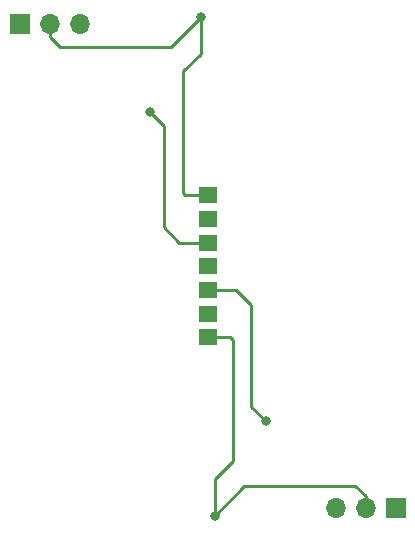
<source format=gbr>
G04 #@! TF.GenerationSoftware,KiCad,Pcbnew,(5.0.1)-4*
G04 #@! TF.CreationDate,2019-02-22T14:42:06+08:00*
G04 #@! TF.ProjectId,Xiaomi2Ali-Smart-Plug-WIFI-Module-Rev.B,5869616F6D6932416C692D536D617274,rev?*
G04 #@! TF.SameCoordinates,Original*
G04 #@! TF.FileFunction,Copper,L2,Bot,Signal*
G04 #@! TF.FilePolarity,Positive*
%FSLAX46Y46*%
G04 Gerber Fmt 4.6, Leading zero omitted, Abs format (unit mm)*
G04 Created by KiCad (PCBNEW (5.0.1)-4) date 2019/2/22 14:42:06*
%MOMM*%
%LPD*%
G01*
G04 APERTURE LIST*
G04 #@! TA.AperFunction,ComponentPad*
%ADD10R,1.350000X1.350000*%
G04 #@! TD*
G04 #@! TA.AperFunction,ComponentPad*
%ADD11O,1.700000X1.700000*%
G04 #@! TD*
G04 #@! TA.AperFunction,ComponentPad*
%ADD12R,1.700000X1.700000*%
G04 #@! TD*
G04 #@! TA.AperFunction,ViaPad*
%ADD13C,0.800000*%
G04 #@! TD*
G04 #@! TA.AperFunction,Conductor*
%ADD14C,0.250000*%
G04 #@! TD*
G04 APERTURE END LIST*
D10*
G04 #@! TO.P,J1,7*
G04 #@! TO.N,N/C*
X144000000Y-87500000D03*
G04 #@! TO.P,J1,6*
X144000000Y-89500000D03*
G04 #@! TO.P,J1,5*
X144000000Y-91500000D03*
G04 #@! TO.P,J1,4*
X144000000Y-93500000D03*
G04 #@! TO.P,J1,3*
X144000000Y-95500000D03*
G04 #@! TO.P,J1,2*
X144000000Y-97500000D03*
G04 #@! TO.P,J1,1*
X144000000Y-99500000D03*
G04 #@! TD*
D11*
G04 #@! TO.P,J2,3*
G04 #@! TO.N,N/C*
X154720000Y-114000000D03*
G04 #@! TO.P,J2,2*
X157260000Y-114000000D03*
D12*
G04 #@! TO.P,J2,1*
X159800000Y-114000000D03*
G04 #@! TD*
G04 #@! TO.P,J2,1*
G04 #@! TO.N,Net-(J1-Pad6)*
X128000000Y-73000000D03*
D11*
G04 #@! TO.P,J2,2*
G04 #@! TO.N,VCC*
X130540000Y-73000000D03*
G04 #@! TO.P,J2,3*
G04 #@! TO.N,GND*
X133080000Y-73000000D03*
G04 #@! TD*
D10*
G04 #@! TO.P,J1,1*
G04 #@! TO.N,VCC*
X143800000Y-87500000D03*
G04 #@! TO.P,J1,2*
G04 #@! TO.N,GND*
X143800000Y-89500000D03*
G04 #@! TO.P,J1,3*
G04 #@! TO.N,Net-(J1-Pad3)*
X143800000Y-91500000D03*
G04 #@! TO.P,J1,4*
G04 #@! TO.N,Net-(J1-Pad4)*
X143800000Y-93500000D03*
G04 #@! TO.P,J1,5*
G04 #@! TO.N,Net-(J1-Pad5)*
X143800000Y-95500000D03*
G04 #@! TO.P,J1,6*
G04 #@! TO.N,Net-(J1-Pad6)*
X143800000Y-97500000D03*
G04 #@! TO.P,J1,7*
G04 #@! TO.N,Net-(J1-Pad7)*
X143800000Y-99500000D03*
G04 #@! TD*
D13*
G04 #@! TO.N,*
X144500000Y-114600000D03*
X148800000Y-106600000D03*
G04 #@! TO.N,VCC*
X143300000Y-72400000D03*
G04 #@! TO.N,Net-(J1-Pad3)*
X139000000Y-80400000D03*
G04 #@! TD*
D14*
G04 #@! TO.N,*
X145800000Y-99500000D02*
X144425010Y-99500000D01*
X146000000Y-99700000D02*
X146000000Y-110000000D01*
X144500000Y-111500000D02*
X144500000Y-114600000D01*
X146000000Y-110000000D02*
X144500000Y-111500000D01*
X146000000Y-99700000D02*
X145800000Y-99500000D01*
X157260000Y-112960000D02*
X157260000Y-114000000D01*
X156400000Y-112100000D02*
X157260000Y-112960000D01*
X144500000Y-114600000D02*
X147000000Y-112100000D01*
X147000000Y-112100000D02*
X156400000Y-112100000D01*
X146300000Y-95500000D02*
X144425010Y-95500000D01*
X147600000Y-105400000D02*
X147600000Y-96800000D01*
X147600000Y-96800000D02*
X146300000Y-95500000D01*
X148800000Y-106600000D02*
X147600000Y-105400000D01*
G04 #@! TO.N,VCC*
X141800000Y-87300000D02*
X142000000Y-87500000D01*
X142000000Y-87500000D02*
X143374990Y-87500000D01*
X141800000Y-87300000D02*
X141800000Y-77000000D01*
X143300000Y-75500000D02*
X143300000Y-72400000D01*
X141800000Y-77000000D02*
X143300000Y-75500000D01*
X130540000Y-74040000D02*
X130540000Y-73000000D01*
X131400000Y-74900000D02*
X130540000Y-74040000D01*
X143300000Y-72400000D02*
X140800000Y-74900000D01*
X140800000Y-74900000D02*
X131400000Y-74900000D01*
G04 #@! TO.N,Net-(J1-Pad3)*
X140200000Y-90200000D02*
X141500000Y-91500000D01*
X141500000Y-91500000D02*
X143374990Y-91500000D01*
X139000000Y-80400000D02*
X140200000Y-81600000D01*
X140200000Y-81600000D02*
X140200000Y-90200000D01*
G04 #@! TD*
M02*

</source>
